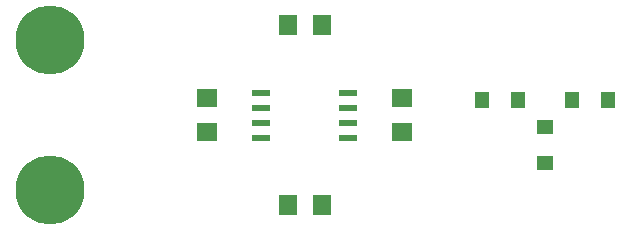
<source format=gtp>
G75*
%MOIN*%
%OFA0B0*%
%FSLAX25Y25*%
%IPPOS*%
%LPD*%
%AMOC8*
5,1,8,0,0,1.08239X$1,22.5*
%
%ADD10R,0.04724X0.05512*%
%ADD11R,0.05512X0.04724*%
%ADD12R,0.07087X0.06299*%
%ADD13R,0.06299X0.07087*%
%ADD14C,0.23000*%
%ADD15R,0.05906X0.02362*%
D10*
X0214094Y0100000D03*
X0225906Y0100000D03*
X0244094Y0100000D03*
X0255906Y0100000D03*
D11*
X0235000Y0090906D03*
X0235000Y0079094D03*
D12*
X0187500Y0089488D03*
X0187500Y0100512D03*
X0122500Y0100512D03*
X0122500Y0089488D03*
D13*
X0149488Y0065000D03*
X0160512Y0065000D03*
X0160512Y0125000D03*
X0149488Y0125000D03*
D14*
X0069843Y0070000D03*
X0070000Y0120000D03*
D15*
X0140433Y0102500D03*
X0140433Y0097500D03*
X0140433Y0092500D03*
X0140433Y0087500D03*
X0169508Y0087500D03*
X0169508Y0092500D03*
X0169508Y0097500D03*
X0169508Y0102500D03*
M02*

</source>
